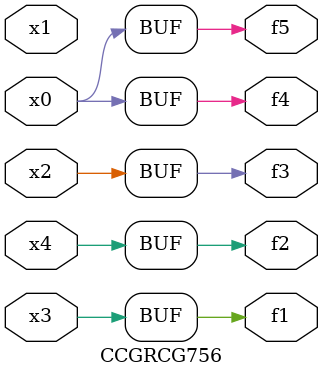
<source format=v>
module CCGRCG756(
	input x0, x1, x2, x3, x4,
	output f1, f2, f3, f4, f5
);
	assign f1 = x3;
	assign f2 = x4;
	assign f3 = x2;
	assign f4 = x0;
	assign f5 = x0;
endmodule

</source>
